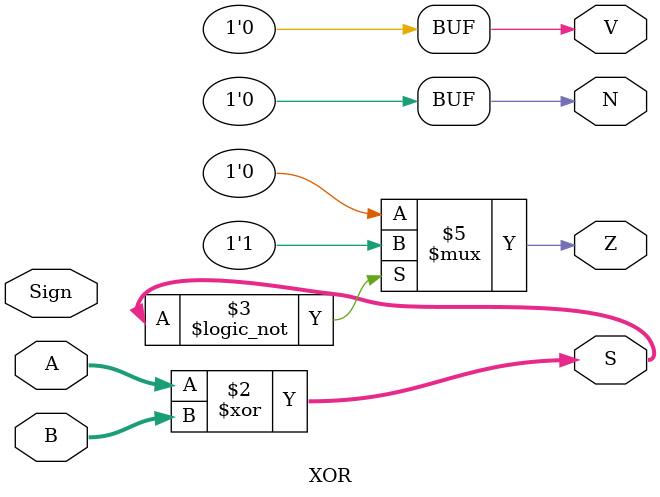
<source format=v>
`timescale 1ns / 1ps

module XOR( A, B, Sign, S, Z, V, N);

    input [31:0] A;
    input [31:0] B;
    input Sign;

    output reg [31:0] S;
    output reg Z;
    output reg V;
    output reg N;

    always@(*)
    begin
        S = A ^ B;
        V <= 0;
        N <= 0;
        if (S == 0) Z <= 1;
        else Z <= 0;
    end

endmodule

</source>
